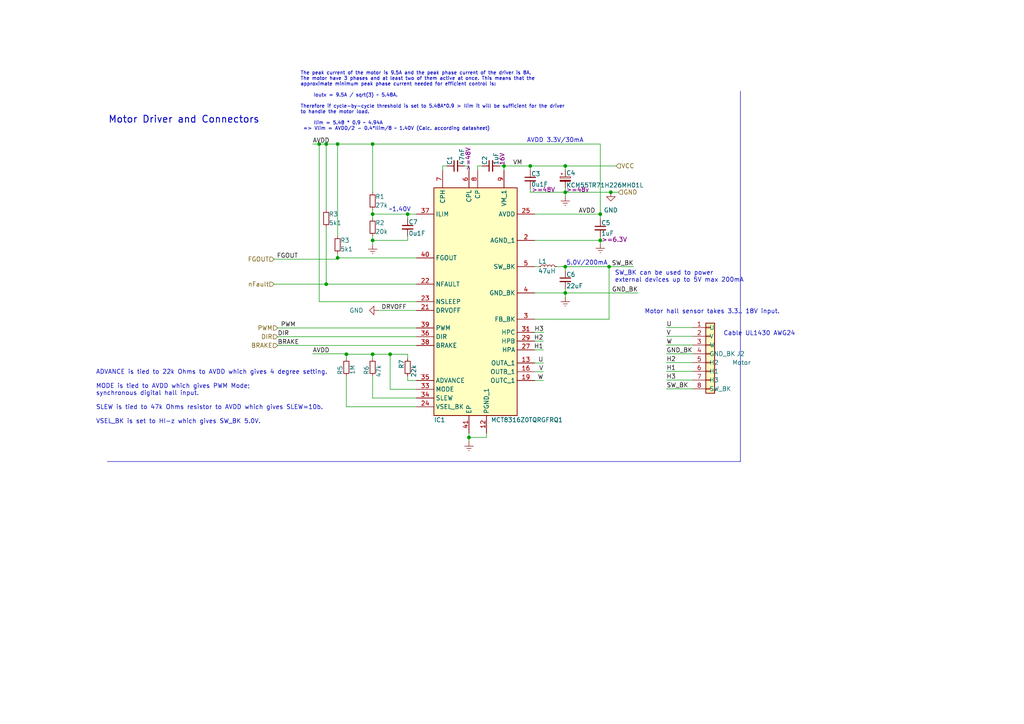
<source format=kicad_sch>
(kicad_sch (version 20230121) (generator eeschema)
  (paper "A4")
  (lib_symbols
    (symbol "Connector_Generic:Conn_01x08" (pin_names (offset 1.016))
      (property "Reference" "J2" (at 7.62 0 0))
      (property "Value" "Motor" (at 6.35 -2.54 0))
      (symbol "Conn_01x08_1_1"
        (rectangle (start -1.27 -10.033) (end 0 -10.287) (stroke (width 0.1524)))
        (rectangle (start -1.27 -7.493) (end 0 -7.747) (stroke (width 0.1524)))
        (rectangle (start -1.27 -4.953) (end 0 -5.207) (stroke (width 0.1524)))
        (rectangle (start -1.27 -2.413) (end 0 -2.667) (stroke (width 0.1524)))
        (rectangle (start -1.27 0.127) (end 0 -0.127) (stroke (width 0.1524)))
        (rectangle (start -1.27 2.667) (end 0 2.413) (stroke (width 0.1524)))
        (rectangle (start -1.27 5.207) (end 0 4.953) (stroke (width 0.1524)))
        (rectangle (start -1.27 7.747) (end 0 7.493) (stroke (width 0.1524)))
        (rectangle (start -1.27 8.89) (end 1.27 -11.43) (stroke (width 0.254)) (fill (type background)))
        (pin passive line (at -5.08 7.62 0) (length 3.81) (name "U") (number "1"))
        (pin passive line (at -5.08 5.08 0) (length 3.81) (name "V") (number "2"))
        (pin passive line (at -5.08 2.54 0) (length 3.81) (name "W") (number "3"))
        (pin passive line (at -5.08 0 0) (length 3.81) (name "GND_BK") (number "4"))
        (pin passive line (at -5.08 -2.54 0) (length 3.81) (name "H2") (number "5"))
        (pin passive line (at -5.08 -5.08 0) (length 3.81) (name "H1") (number "6"))
        (pin passive line (at -5.08 -7.62 0) (length 3.81) (name "H3") (number "7"))
        (pin passive line (at -5.08 -10.16 0) (length 3.81) (name "SW_BK") (number "8") (alternate "SW_BK" passive line))
      )
    )
    (symbol "Device:C_Polarized_Small" (pin_numbers hide) (pin_names (offset 0.254) hide)
      (property "Reference" "C" (at 0.254 1.778 0))
      (property "Value" "C_Polarized_Small" (at 0.254 -2.032 0))
      (symbol "C_Polarized_Small_0_1"
        (rectangle (start -1.524 -0.3048) (end 1.524 -0.6858) (fill (type outline)))
        (rectangle (start -1.524 0.6858) (end 1.524 0.3048))
        (polyline (pts (xy -1.27 1.524) (xy -0.762 1.524)))
        (polyline (pts (xy -1.016 1.27) (xy -1.016 1.778)))
      )
      (symbol "C_Polarized_Small_1_1"
        (pin passive line (at 0 2.54 270) (length 1.8542) (name "~") (number "1"))
        (pin passive line (at 0 -2.54 90) (length 1.8542) (name "~") (number "2"))
      )
    )
    (symbol "Device:C_Small" (pin_numbers hide) (pin_names (offset 0.254) hide)
      (property "Reference" "C" (at 0.254 1.778 0))
      (property "Value" "C_Small" (at 0.254 -2.032 0))
      (symbol "C_Small_0_1"
        (polyline (pts (xy -1.524 -0.508) (xy 1.524 -0.508)) (stroke (width 0.3302)))
        (polyline (pts (xy -1.524 0.508) (xy 1.524 0.508)) (stroke (width 0.3048)))
      )
      (symbol "C_Small_1_1"
        (pin passive line (at 0 2.54 270) (length 2.032) (name "~") (number "1"))
        (pin passive line (at 0 -2.54 90) (length 2.032) (name "~") (number "2"))
      )
    )
    (symbol "Device:L_Small" (pin_numbers hide) (pin_names (offset 0.254) hide)
      (property "Reference" "L" (at 0.762 1.016 0))
      (property "Value" "L_Small" (at 0.762 -1.016 0))
      (symbol "L_Small_0_1"
        (arc (start 0 -2.032) (mid 0.5058 -1.524) (end 0 -1.016))
        (arc (start 0 -1.016) (mid 0.5058 -0.508) (end 0 0))
        (arc (start 0 0) (mid 0.5058 0.508) (end 0 1.016))
        (arc (start 0 1.016) (mid 0.5058 1.524) (end 0 2.032))
      )
      (symbol "L_Small_1_1"
        (pin passive line (at 0 2.54 270) (length 0.508) (name "~") (number "1"))
        (pin passive line (at 0 -2.54 90) (length 0.508) (name "~") (number "2"))
      )
    )
    (symbol "Device:R_Small" (pin_numbers hide) (pin_names (offset 0.254) hide)
      (property "Reference" "R" (at 0.762 0.508 0))
      (property "Value" "R_Small" (at 0.762 -1.016 0))
      (symbol "R_Small_0_1"
        (rectangle (start -0.762 1.778) (end 0.762 -1.778) (stroke (width 0.2032)))
      )
      (symbol "R_Small_1_1"
        (pin passive line (at 0 2.54 270) (length 0.762) (name "~") (number "1"))
        (pin passive line (at 0 -2.54 90) (length 0.762) (name "~") (number "2"))
      )
    )
    (symbol "GND_1" (power) (pin_names (offset 0))
      (property "Value" "GND_1" (at 0 -3.81 0))
      (symbol "GND_1_0_1"
        (polyline (pts (xy 0 0) (xy 0 -1.27) (xy 1.27 -1.27) (xy 0 -2.54) (xy -1.27 -1.27) (xy 0 -1.27)))
      )
      (symbol "GND_1_1_1"
        (pin power_in line (at 0 0 270) (length 0) hide (name "GND") (number "1"))
      )
    )
    (symbol "MCT8316Z0TQRGFRQ1:MCT8316Z0TQRGFRQ1"
      (property "Reference" "IC?" (at 5.08 -54.61 0))
      (property "Value" "MCT8316Z0TQRGFRQ1" (at 21.59 -54.61 0))
      (symbol "MCT8316Z0TQRGFRQ1_1_1"
        (rectangle (start 5.08 12.7) (end 29.21 -53.34) (stroke (width 0.254)) (fill (type background)))
        (pin no_connect line (at 29.21 -5.08 180) (length 5.08) hide (name "NC") (number "1"))
        (pin passive line (at 25.4 17.78 270) (length 5.08) hide (name "VM_2") (number "10"))
        (pin passive line (at 25.4 17.78 270) (length 5.08) hide (name "VM_3") (number "11"))
        (pin passive line (at 20.32 -58.42 90) (length 5.08) (name "PGND_1") (number "12"))
        (pin passive line (at 34.29 -38.1 180) (length 5.08) (name "OUTA_1") (number "13"))
        (pin passive line (at 34.29 -38.1 180) (length 5.08) hide (name "OUTA_2") (number "14"))
        (pin passive line (at 20.32 -58.42 90) (length 5.08) hide (name "PGND_2") (number "15"))
        (pin passive line (at 34.29 -40.64 180) (length 5.08) (name "OUTB_1") (number "16"))
        (pin passive line (at 34.29 -40.64 180) (length 5.08) hide (name "OUTB_2") (number "17"))
        (pin passive line (at 20.32 -58.42 90) (length 5.08) hide (name "PGND_3") (number "18"))
        (pin passive line (at 34.29 -43.18 180) (length 5.08) (name "OUTC_1") (number "19"))
        (pin passive line (at 34.29 -2.54 180) (length 5.08) (name "AGND_1") (number "2"))
        (pin passive line (at 34.29 -43.18 180) (length 5.08) hide (name "OUTC_2") (number "20"))
        (pin passive line (at 0 -22.86 0) (length 5.08) (name "DRVOFF") (number "21"))
        (pin passive line (at 0 -15.24 0) (length 5.08) (name "NFAULT") (number "22"))
        (pin passive line (at 0 -20.32 0) (length 5.08) (name "NSLEEP") (number "23"))
        (pin passive line (at 0 -50.8 0) (length 5.08) (name "VSEL_BK") (number "24"))
        (pin passive line (at 34.29 5.08 180) (length 5.08) (name "AVDD") (number "25"))
        (pin passive line (at 34.29 -2.54 180) (length 5.08) hide (name "AGND_2") (number "26"))
        (pin passive line (at 34.29 -34.29 180) (length 5.08) (name "HPA") (number "27"))
        (pin no_connect line (at 29.21 -21.59 180) (length 5.08) hide (name "HNA") (number "28"))
        (pin passive line (at 34.29 -31.75 180) (length 5.08) (name "HPB") (number "29"))
        (pin passive line (at 34.29 -25.4 180) (length 5.08) (name "FB_BK") (number "3"))
        (pin no_connect line (at 29.21 -21.59 180) (length 5.08) hide (name "HNB") (number "30"))
        (pin passive line (at 34.29 -29.21 180) (length 5.08) (name "HPC") (number "31"))
        (pin no_connect line (at 29.21 -21.59 180) (length 5.08) hide (name "HNC") (number "32"))
        (pin passive line (at 0 -45.72 0) (length 5.08) (name "MODE") (number "33"))
        (pin passive line (at 0 -48.26 0) (length 5.08) (name "SLEW") (number "34"))
        (pin passive line (at 0 -43.18 0) (length 5.08) (name "ADVANCE") (number "35"))
        (pin passive line (at 0 -30.48 0) (length 5.08) (name "DIR") (number "36"))
        (pin passive line (at 0 5.08 0) (length 5.08) (name "ILIM") (number "37"))
        (pin passive line (at 0 -33.02 0) (length 5.08) (name "BRAKE") (number "38"))
        (pin passive line (at 0 -27.94 0) (length 5.08) (name "PWM") (number "39"))
        (pin passive line (at 34.29 -17.78 180) (length 5.08) (name "GND_BK") (number "4"))
        (pin passive line (at 0 -7.62 0) (length 5.08) (name "FGOUT") (number "40"))
        (pin passive line (at 15.24 -58.42 90) (length 5.08) (name "EP") (number "41"))
        (pin passive line (at 34.29 -10.16 180) (length 5.08) (name "SW_BK") (number "5"))
        (pin passive line (at 15.24 17.78 270) (length 5.08) (name "CPL") (number "6"))
        (pin passive line (at 7.62 17.78 270) (length 5.08) (name "CPH") (number "7"))
        (pin passive line (at 17.78 17.78 270) (length 5.08) (name "CP") (number "8"))
        (pin passive line (at 25.4 17.78 270) (length 5.08) (name "VM_1") (number "9"))
      )
    )
    (symbol "power:GND" (power) (pin_names (offset 0))
      (property "Value" "GND" (at 0 -3.81 0))
      (symbol "GND_0_1"
        (polyline (pts (xy 0 0) (xy 0 -1.27) (xy 1.27 -1.27) (xy 0 -2.54) (xy -1.27 -1.27) (xy 0 -1.27)))
      )
      (symbol "GND_1_1"
        (pin power_in line (at 0 0 270) (length 0) hide (name "GND") (number "1"))
      )
    )
    (symbol "power:GNDREF" (power) (pin_names (offset 0))
      (property "Value" "GNDREF" (at 0 -3.81 0))
      (symbol "GNDREF_0_1"
        (polyline (pts (xy -0.635 -1.905) (xy 0.635 -1.905)))
        (polyline (pts (xy -0.127 -2.54) (xy 0.127 -2.54)))
        (polyline (pts (xy 0 -1.27) (xy 0 0)))
        (polyline (pts (xy 1.27 -1.27) (xy -1.27 -1.27)))
      )
      (symbol "GNDREF_1_1"
        (pin power_in line (at 0 0 270) (length 0) hide (name "GNDREF") (number "1"))
      )
    )
  )
  (junction (at 108.077 69.723))
  (junction (at 108.077 102.743))
  (junction (at 108.077 62.103))
  (junction (at 146.177 48.133))
  (junction (at 136.017 126.873))
  (junction (at 97.917 41.783))
  (junction (at 94.615 41.783))
  (junction (at 153.797 48.133))
  (junction (at 176.657 77.343))
  (junction (at 92.583 41.783))
  (junction (at 163.957 84.963))
  (junction (at 118.237 62.103))
  (junction (at 163.957 55.753))
  (junction (at 108.077 41.783))
  (junction (at 174.117 69.723))
  (junction (at 177.165 55.753))
  (junction (at 163.957 77.343))
  (junction (at 113.157 102.743))
  (junction (at 100.457 102.743))
  (junction (at 97.917 74.803))
  (junction (at 174.117 62.103))
  (junction (at 94.615 82.423))
  (junction (at 163.957 48.133))
  (wire (pts (xy 163.957 55.753) (xy 177.165 55.753)))
  (wire (pts (xy 153.797 55.753) (xy 163.957 55.753)))
  (polyline (pts (xy 31.115 133.858) (xy 214.757 133.858)))
  (wire (pts (xy 120.777 112.903) (xy 113.157 112.903)))
  (wire (pts (xy 118.237 109.093) (xy 118.237 110.363)))
  (wire (pts (xy 94.615 82.423) (xy 79.502 82.423)))
  (wire (pts (xy 108.077 62.103) (xy 118.237 62.103)))
  (wire (pts (xy 163.957 48.133) (xy 178.689 48.133)))
  (wire (pts (xy 90.678 102.616) (xy 100.457 102.616)))
  (wire (pts (xy 128.397 48.133) (xy 129.667 48.133)))
  (wire (pts (xy 94.615 41.783) (xy 94.615 60.833)))
  (wire (pts (xy 92.583 87.503) (xy 120.777 87.503)))
  (wire (pts (xy 118.237 110.363) (xy 120.777 110.363)))
  (wire (pts (xy 163.957 48.133) (xy 163.957 49.403)))
  (wire (pts (xy 163.957 54.483) (xy 163.957 55.753)))
  (wire (pts (xy 155.067 107.823) (xy 157.607 107.823)))
  (wire (pts (xy 153.797 48.133) (xy 153.797 49.403)))
  (wire (pts (xy 108.077 69.723) (xy 108.077 70.993)))
  (wire (pts (xy 155.067 105.283) (xy 157.607 105.283)))
  (wire (pts (xy 155.067 96.393) (xy 157.734 96.393)))
  (wire (pts (xy 118.237 104.013) (xy 118.237 102.743)))
  (wire (pts (xy 128.397 48.133) (xy 128.397 49.403)))
  (wire (pts (xy 163.957 84.963) (xy 155.067 84.963)))
  (wire (pts (xy 94.615 65.913) (xy 94.615 82.423)))
  (wire (pts (xy 97.917 75.184) (xy 97.917 74.803)))
  (wire (pts (xy 92.583 41.783) (xy 94.615 41.783)))
  (wire (pts (xy 80.518 95.123) (xy 120.777 95.123)))
  (wire (pts (xy 177.165 55.753) (xy 179.324 55.753)))
  (wire (pts (xy 193.294 94.996) (xy 200.914 94.996)))
  (wire (pts (xy 155.067 77.343) (xy 156.337 77.343)))
  (wire (pts (xy 174.117 62.103) (xy 174.117 63.627)))
  (wire (pts (xy 138.557 48.133) (xy 138.557 49.403)))
  (wire (pts (xy 108.077 60.833) (xy 108.077 62.103)))
  (wire (pts (xy 113.157 102.743) (xy 118.237 102.743)))
  (wire (pts (xy 176.657 77.343) (xy 176.657 92.583)))
  (wire (pts (xy 108.077 109.093) (xy 108.077 115.443)))
  (wire (pts (xy 94.615 82.423) (xy 120.777 82.423)))
  (wire (pts (xy 193.294 112.776) (xy 200.914 112.776)))
  (wire (pts (xy 174.117 41.783) (xy 174.117 62.103)))
  (wire (pts (xy 193.294 97.536) (xy 200.914 97.536)))
  (wire (pts (xy 136.017 126.873) (xy 136.017 128.143)))
  (wire (pts (xy 174.117 68.707) (xy 174.117 69.723)))
  (wire (pts (xy 141.097 125.603) (xy 141.097 126.873)))
  (wire (pts (xy 100.457 102.743) (xy 108.077 102.743)))
  (wire (pts (xy 108.077 115.443) (xy 120.777 115.443)))
  (wire (pts (xy 94.615 41.783) (xy 97.917 41.783)))
  (wire (pts (xy 136.017 48.133) (xy 134.747 48.133)))
  (wire (pts (xy 139.827 48.133) (xy 138.557 48.133)))
  (wire (pts (xy 100.457 117.983) (xy 120.777 117.983)))
  (wire (pts (xy 108.077 41.783) (xy 108.077 55.753)))
  (wire (pts (xy 163.957 83.693) (xy 163.957 84.963)))
  (wire (pts (xy 97.917 41.783) (xy 97.917 68.453)))
  (wire (pts (xy 193.294 107.696) (xy 200.914 107.696)))
  (wire (pts (xy 155.067 98.933) (xy 157.607 98.933)))
  (wire (pts (xy 141.097 126.873) (xy 136.017 126.873)))
  (wire (pts (xy 144.907 48.133) (xy 146.177 48.133)))
  (wire (pts (xy 163.957 55.753) (xy 163.957 57.023)))
  (wire (pts (xy 193.294 105.156) (xy 200.914 105.156)))
  (wire (pts (xy 136.017 126.873) (xy 136.017 125.603)))
  (wire (pts (xy 193.294 102.616) (xy 200.914 102.616)))
  (wire (pts (xy 174.117 41.783) (xy 108.077 41.783)))
  (wire (pts (xy 80.518 100.203) (xy 120.777 100.203)))
  (wire (pts (xy 109.728 90.043) (xy 120.777 90.043)))
  (wire (pts (xy 97.917 73.533) (xy 97.917 74.803)))
  (wire (pts (xy 100.457 102.743) (xy 100.457 104.013)))
  (wire (pts (xy 100.457 102.616) (xy 100.457 102.743)))
  (wire (pts (xy 163.957 78.613) (xy 163.957 77.343)))
  (wire (pts (xy 118.237 68.453) (xy 118.237 69.723)))
  (wire (pts (xy 174.117 69.723) (xy 155.067 69.723)))
  (wire (pts (xy 163.957 84.963) (xy 163.957 86.233)))
  (wire (pts (xy 146.177 48.133) (xy 146.177 49.403)))
  (wire (pts (xy 153.797 48.133) (xy 163.957 48.133)))
  (wire (pts (xy 155.067 92.583) (xy 176.657 92.583)))
  (wire (pts (xy 176.657 77.343) (xy 183.769 77.343)))
  (wire (pts (xy 155.067 62.103) (xy 174.117 62.103)))
  (polyline (pts (xy 214.757 26.416) (xy 214.757 133.858)))
  (wire (pts (xy 100.457 109.093) (xy 100.457 117.983)))
  (wire (pts (xy 146.177 48.133) (xy 153.797 48.133)))
  (wire (pts (xy 155.067 110.363) (xy 157.607 110.363)))
  (wire (pts (xy 92.583 41.783) (xy 92.583 87.503)))
  (wire (pts (xy 80.518 97.663) (xy 120.777 97.663)))
  (wire (pts (xy 118.237 62.103) (xy 118.237 63.373)))
  (wire (pts (xy 90.678 41.783) (xy 92.583 41.783)))
  (wire (pts (xy 108.077 69.723) (xy 108.077 68.453)))
  (wire (pts (xy 136.017 49.403) (xy 136.017 48.133)))
  (wire (pts (xy 108.077 102.743) (xy 108.077 104.013)))
  (wire (pts (xy 79.502 75.184) (xy 97.917 75.184)))
  (wire (pts (xy 193.294 100.076) (xy 200.914 100.076)))
  (wire (pts (xy 163.957 84.963) (xy 185.039 84.963)))
  (wire (pts (xy 174.117 69.723) (xy 174.117 70.739)))
  (wire (pts (xy 97.917 41.783) (xy 108.077 41.783)))
  (wire (pts (xy 118.237 62.103) (xy 120.777 62.103)))
  (wire (pts (xy 153.797 54.483) (xy 153.797 55.753)))
  (wire (pts (xy 108.077 69.723) (xy 118.237 69.723)))
  (wire (pts (xy 113.157 112.903) (xy 113.157 102.743)))
  (wire (pts (xy 155.067 101.473) (xy 157.607 101.473)))
  (wire (pts (xy 163.957 77.343) (xy 176.657 77.343)))
  (wire (pts (xy 193.294 110.236) (xy 200.914 110.236)))
  (wire (pts (xy 97.917 74.803) (xy 120.777 74.803)))
  (wire (pts (xy 163.957 77.343) (xy 161.417 77.343)))
  (wire (pts (xy 108.077 63.373) (xy 108.077 62.103)))
  (wire (pts (xy 108.077 102.743) (xy 113.157 102.743)))
  (text "Cable UL1430 AWG24" (at 209.804 97.536 0) (effects (font (size 1.27 1.27)) (justify left bottom)))
  (text "~1.40V" (at 112.776 61.595 0) (effects (font (size 1.27 1.27)) (justify left bottom)))
  (text "ADVANCE is tied to 22k Ohms to AVDD which gives 4 degree setting.\n\nMODE is tied to AVDD which gives PWM Mode;\nsynchronous digital hall input.\n\nSLEW is tied to 47k Ohms resistor to AVDD which gives SLEW=10b.\n\nVSEL_BK is set to HI-z which gives SW_BK 5.0V." (at 27.813 123.063 0) (effects (font (size 1.27 1.27)) (justify left bottom)))
  (text "The peak current of the motor is 9.5A and the peak phase current of the driver is 8A.\nThe motor have 3 phases and at least two of them active at once. This means that the\napproximate minimum peak phase current needed for efficient control is:\n	\n	Ioutx = 9.5A / sqrt(3) ~ 5.48A.\n\nTherefore if cycle-by-cycle threshold is set to 5.48A*0.9 > Ilim it will be sufficient for the driver\nto handle the motor load.\n\n	Ilim = 5.48 * 0.9 ~ 4.94A\n => Vlim = AVDD/2 - 0.4*Ilim/8 ~ 1.40V (Calc. according datasheet)" (at 87.122 37.973 0) (effects (font (size 1 1)) (justify left bottom)))
  (text "Motor Driver and Connectors" (at 31.369 35.941 0) (effects (font (size 2 2) (thickness 0.254) bold) (justify left bottom)))
  (text "SW_BK can be used to power \nexternal devices up to 5V max 200mA\n" (at 178.308 82.042 0) (effects (font (size 1.27 1.27)) (justify left bottom)))
  (text "Motor hall sensor takes 3.3.. 18V input." (at 186.944 91.186 0) (effects (font (size 1.27 1.27)) (justify left bottom)))
  (text "AVDD 3.3V/30mA" (at 152.781 41.529 0) (effects (font (size 1.27 1.27)) (justify left bottom)))
  (text "5.0V/200mA" (at 164.211 77.089 0) (effects (font (size 1.27 1.27)) (justify left bottom)))
  (label "V" (at 157.607 107.823 180))
  (label "H3" (at 193.294 110.236 0))
  (label "GND_BK" (at 193.294 102.616 0))
  (label "H3" (at 157.734 96.393 180))
  (label "H1" (at 193.294 107.696 0))
  (label "W" (at 193.294 100.076 0))
  (label "H2" (at 193.294 105.156 0))
  (label "DRVOFF" (at 110.617 90.043 0))
  (label "U" (at 157.607 105.283 180))
  (label "SW_BK" (at 183.769 77.343 180))
  (label "H1" (at 157.607 101.473 180))
  (label "PWM" (at 81.407 95.123 0))
  (label "GND_BK" (at 185.039 84.963 180))
  (label "V" (at 193.294 97.536 0))
  (label "AVDD" (at 90.678 41.783 0))
  (label "VM" (at 151.511 48.133 180))
  (label "H2" (at 157.607 98.933 180))
  (label "FGOUT" (at 80.264 75.184 0))
  (label "DIR" (at 80.518 97.663 0))
  (label "W" (at 157.607 110.363 180))
  (label "U" (at 193.294 94.996 0))
  (label "BRAKE" (at 80.518 100.203 0))
  (label "AVDD" (at 167.767 62.103 0))
  (label "AVDD" (at 90.678 102.616 0))
  (label "SW_BK" (at 193.294 112.776 0))
  (hierarchical_label "FGOUT" (shape input) (at 79.502 75.184 180))
  (hierarchical_label "nFault" (shape input) (at 79.502 82.423 180))
  (hierarchical_label "PWM" (shape input) (at 80.518 95.123 180))
  (hierarchical_label "GND" (shape input) (at 179.324 55.753 0))
  (hierarchical_label "BRAKE" (shape input) (at 80.518 100.203 180))
  (hierarchical_label "DIR" (shape input) (at 80.518 97.663 180))
  (hierarchical_label "VCC" (shape input) (at 178.689 48.133 0))
  (symbol (lib_id "Device:C_Small") (at 153.797 51.943 0) (unit 1)
    (property "Reference" "C3" (at 154.051 50.419 0) (effects (justify left)))
    (property "Value" "0u1F" (at 154.051 53.467 0) (effects (justify left)))
    (property "Footprint" "Capacitor_SMD:C_0805_2012Metric" (effects hide))
    (property "Voltage" ">=48V" (at 157.607 54.991 0))
    (instances (project "driver_seperate" (path "" (reference "C3") (unit 1)) (path "" (reference "C4") (unit 1))) (project "Driverboard" (path "" (reference "C_VM1") (unit 1)) (path "" (reference "C_VM?") (unit 1)) (path "" (reference "C_VM?") (unit 1)) (path "" (reference "C_VM?") (unit 1))))
  )
  (symbol (lib_id "power:GNDREF") (at 108.077 70.993 0) (unit 1)
    (property "Reference" "#PWR01" (effects hide))
    (property "Value" "GNDREF" (effects hide))
    (instances (project "driver_seperate" (path "" (reference "#PWR01") (unit 1)) (path "" (reference "#PWR01") (unit 1))) (project "Driverboard" (path "" (reference "#PWR?") (unit 1)) (path "" (reference "#PWR?") (unit 1)) (path "" (reference "#PWR?") (unit 1)) (path "" (reference "#PWR?") (unit 1))))
  )
  (symbol (lib_id "Device:C_Small") (at 163.957 81.153 0) (unit 1)
    (property "Reference" "C6" (at 164.211 79.629 0) (effects (justify left)))
    (property "Value" "22uF" (at 164.211 82.931 0) (effects (justify left)))
    (property "Footprint" "Capacitor_SMD:C_1206_3216Metric" (effects hide))
    (instances (project "driver_seperate" (path "" (reference "C6") (unit 1)) (path "" (reference "C6") (unit 1))) (project "Driverboard" (path "" (reference "C?") (unit 1)) (path "" (reference "C?") (unit 1)) (path "" (reference "C?") (unit 1)) (path "" (reference "C?") (unit 1))))
  )
  (symbol (lib_id "Connector_Generic:Conn_01x08") (at 205.994 102.616 0) (unit 1)
    (property "Reference" "J2" (at 213.614 102.616 0) (effects (justify left)))
    (property "Value" "Motor" (at 212.344 105.156 0) (effects (justify left)))
    (property "Footprint" "Connector_Molex:Molex_KK-254_AE-6410-08A_1x08_P2.54mm_Vertical" (effects hide))
    (pin "8" (alternate "SW_BK"))
    (instances (project "driver_seperate" (path "" (reference "J2") (unit 1))) (project "DriverboardComp" (path "" (reference "J6") (unit 1)) (path "" (reference "J6") (unit 1)) (path "" (reference "J6") (unit 1)) (path "" (reference "J6") (unit 1)) (path "" (reference "J6") (unit 1))))
  )
  (symbol (lib_id "Device:C_Small") (at 118.237 65.913 0) (unit 1)
    (property "Reference" "C7" (at 118.491 64.389 0) (effects (justify left)))
    (property "Value" "0u1F" (at 118.491 67.691 0) (effects (justify left)))
    (property "Footprint" "Capacitor_SMD:C_0805_2012Metric" (effects hide))
    (instances (project "driver_seperate" (path "" (reference "C7") (unit 1)) (path "" (reference "C1") (unit 1))) (project "Driverboard" (path "" (reference "C?") (unit 1)) (path "" (reference "C?") (unit 1)) (path "" (reference "C?") (unit 1)) (path "" (reference "C?") (unit 1))))
  )
  (symbol (lib_id "Device:C_Polarized_Small") (at 163.957 51.943 0) (unit 1)
    (property "Reference" "C4" (at 164.211 50.165 0) (effects (justify left)))
    (property "Value" "KCM55TR71H226MH01L" (at 164.211 53.721 0) (effects (justify left)))
    (property "Footprint" "SamacSys_Parts:CAPC6153X500N" (effects hide))
    (property "Voltage" ">=48v" (at 167.513 54.991 0))
    (instances (project "driver_seperate" (path "" (reference "C4") (unit 1)) (path "" (reference "C5") (unit 1))) (project "Driverboard" (path "" (reference "C_VM2") (unit 1)) (path "" (reference "C_VM?") (unit 1)) (path "" (reference "C_VM?") (unit 1)) (path "" (reference "C_VM?") (unit 1))))
  )
  (symbol (lib_id "power:GNDREF") (at 174.117 70.739 0) (unit 1)
    (property "Reference" "#PWR05" (effects hide))
    (property "Value" "GNDREF" (effects hide))
    (instances (project "driver_seperate" (path "" (reference "#PWR05") (unit 1)) (path "" (reference "#PWR07") (unit 1))) (project "Driverboard" (path "" (reference "#PWR?") (unit 1)) (path "" (reference "#PWR?") (unit 1)) (path "" (reference "#PWR?") (unit 1)) (path "" (reference "#PWR?") (unit 1))))
  )
  (symbol (lib_id "power:GND") (at 109.728 90.043 270) (unit 1)
    (property "Reference" "#PWR08" (effects hide))
    (property "Value" "GND" (at 105.41 90.043 90) (effects (justify right)))
  )
  (symbol (lib_id "Device:C_Small") (at 174.117 66.167 0) (unit 1)
    (property "Reference" "C5" (at 174.371 64.643 0) (effects (justify left)))
    (property "Value" "1uF" (at 174.371 67.691 0) (effects (justify left)))
    (property "Footprint" "SamacSys_Parts:CAPC3216X178N" (effects hide))
    (property "Voltage" ">=6.3V" (at 178.181 69.469 0))
    (instances (project "driver_seperate" (path "" (reference "C5") (unit 1)) (path "" (reference "C7") (unit 1))) (project "Driverboard" (path "" (reference "C_AVDD1") (unit 1)) (path "" (reference "C_AVDD?") (unit 1)) (path "" (reference "C_AVDD?") (unit 1)) (path "" (reference "C_AVDD?") (unit 1))))
  )
  (symbol (lib_id "Device:C_Small") (at 142.367 48.133 90) (unit 1)
    (property "Reference" "C2" (at 140.589 47.879 0) (effects (justify left)))
    (property "Value" "1uF" (at 143.891 47.879 0) (effects (justify left)))
    (property "Footprint" "SamacSys_Parts:CAPC3216X178N" (effects hide))
    (property "Voltage" "16V" (at 145.669 46.101 0))
    (instances (project "driver_seperate" (path "" (reference "C2") (unit 1)) (path "" (reference "C3") (unit 1))) (project "Driverboard" (path "" (reference "C_CP") (unit 1)) (path "" (reference "C_CP?") (unit 1)) (path "" (reference "C_CP?") (unit 1)) (path "" (reference "C_CP?") (unit 1))))
  )
  (symbol (lib_id "Device:R_Small") (at 100.457 106.553 180) (unit 1)
    (property "Reference" "R5" (at 98.679 106.045 90) (effects (justify left)))
    (property "Value" "1M" (at 102.235 105.791 90) (effects (justify left)))
    (property "Footprint" "Resistor_SMD:R_0805_2012Metric_Pad1.20x1.40mm_HandSolder" (effects hide))
    (instances (project "driver_seperate" (path "" (reference "R5") (unit 1)) (path "" (reference "R3") (unit 1))) (project "Driverboard" (path "" (reference "R?") (unit 1)) (path "" (reference "R?") (unit 1)) (path "" (reference "R?") (unit 1)) (path "" (reference "R?") (unit 1))))
  )
  (symbol (lib_id "MCT8316Z0TQRGFRQ1:MCT8316Z0TQRGFRQ1") (at 120.777 67.183 0) (unit 1)
    (property "Reference" "IC1" (at 125.857 121.793 0) (effects (justify left)))
    (property "Value" "MCT8316Z0TQRGFRQ1" (at 142.367 121.793 0) (effects (justify left)))
    (property "Footprint" "SamacSys_Parts:QFN50P500X700X100-41N-D" (effects hide))
    (property "Reference_1" "IC" (effects hide))
    (property "Value_1" "MCT8316Z0TQRGFRQ1" (effects hide))
    (property "Footprint_1" "QFN50P500X700X100-41N-D" (effects hide))
    (property "Datasheet_1" "https://www.ti.com/lit/ds/symlink/mct8316z-q1.pdf?ts=1644468763902&ref_url=https%253A%252F%252Fwww.ti.com%252Fproduct%252FMCT8316Z-Q1" (effects hide))
    (property "Height" "1" (effects hide))
    (property "Mouser Part Number" "595-CT8316Z0TQRGFRQ1" (effects hide))
    (property "Mouser Price/Stock" "https://www.mouser.co.uk/ProductDetail/Texas-Instruments/MCT8316Z0TQRGFRQ1?qs=doiCPypUmgGjpIW3bYp16w%3D%3D" (effects hide))
    (property "Manufacturer_Name" "Texas Instruments" (effects hide))
    (property "Manufacturer_Part_Number" "MCT8316Z0TQRGFRQ1" (effects hide))
    (instances (project "driver_seperate" (path "" (reference "IC1") (unit 1)) (path "" (reference "IC1") (unit 1))) (project "Driverboard" (path "" (reference "IC?") (unit 1)) (path "" (reference "IC?") (unit 1)) (path "" (reference "IC?") (unit 1)) (path "" (reference "IC?") (unit 1))))
  )
  (symbol (lib_id "Device:L_Small") (at 158.877 77.343 90) (unit 1)
    (property "Reference" "L1" (at 157.353 75.819 90))
    (property "Value" "47uH" (at 158.623 78.613 90))
    (property "Footprint" "SamacSys_Parts:INDPM7973X540N" (effects hide))
    (instances (project "driver_seperate" (path "" (reference "L1") (unit 1)) (path "" (reference "L1") (unit 1))) (project "Driverboard" (path "" (reference "L?") (unit 1)) (path "" (reference "L?") (unit 1)) (path "" (reference "L?") (unit 1)) (path "" (reference "L?") (unit 1))))
  )
  (symbol (lib_id "Device:R_Small") (at 94.615 63.373 0) (unit 1)
    (property "Reference" "R3" (at 95.377 62.103 0) (effects (justify left)))
    (property "Value" "5k1" (at 95.377 64.643 0) (effects (justify left)))
    (property "Footprint" "Resistor_SMD:R_0603_1608Metric_Pad0.98x0.95mm_HandSolder" (effects hide))
    (instances (project "driver_seperate" (path "" (reference "R3") (unit 1)) (path "" (reference "R1") (unit 1))) (project "Driverboard" (path "" (reference "R?") (unit 1)) (path "" (reference "R?") (unit 1)) (path "" (reference "R?") (unit 1)) (path "" (reference "R?") (unit 1))))
  )
  (symbol (lib_id "power:GNDREF") (at 163.957 86.233 0) (unit 1)
    (property "Reference" "#PWR04" (effects hide))
    (property "Value" "GNDREF" (effects hide))
    (instances (project "driver_seperate" (path "" (reference "#PWR04") (unit 1)) (path "" (reference "#PWR05") (unit 1))) (project "Driverboard" (path "" (reference "#PWR?") (unit 1)) (path "" (reference "#PWR?") (unit 1)) (path "" (reference "#PWR?") (unit 1)) (path "" (reference "#PWR?") (unit 1))))
  )
  (symbol (lib_id "power:GNDREF") (at 136.017 128.143 0) (unit 1)
    (property "Reference" "#PWR02" (effects hide))
    (property "Value" "GNDREF" (effects hide))
    (instances (project "driver_seperate" (path "" (reference "#PWR02") (unit 1)) (path "" (reference "#PWR03") (unit 1))) (project "Driverboard" (path "" (reference "#PWR?") (unit 1)) (path "" (reference "#PWR?") (unit 1)) (path "" (reference "#PWR?") (unit 1)) (path "" (reference "#PWR?") (unit 1))))
  )
  (symbol (lib_id "Device:R_Small") (at 108.077 58.293 0) (unit 1)
    (property "Reference" "R1" (at 108.839 57.023 0) (effects (justify left)))
    (property "Value" "27k" (at 108.839 59.563 0) (effects (justify left)))
    (property "Footprint" "Resistor_SMD:R_0603_1608Metric_Pad0.98x0.95mm_HandSolder" (effects hide))
    (instances (project "driver_seperate" (path "" (reference "R1") (unit 1)) (path "" (reference "R4") (unit 1))) (project "Driverboard" (path "" (reference "R?") (unit 1)) (path "" (reference "R?") (unit 1)) (path "" (reference "R?") (unit 1)) (path "" (reference "R?") (unit 1))))
  )
  (symbol (lib_id "Device:R_Small") (at 108.077 106.553 180) (unit 1)
    (property "Reference" "R6" (at 106.299 106.045 90) (effects (justify left)))
    (property "Value" "47k" (at 109.855 105.791 90) (effects (justify left)))
    (property "Footprint" "Resistor_SMD:R_0402_1005Metric_Pad0.72x0.64mm_HandSolder" (effects hide))
    (instances (project "driver_seperate" (path "" (reference "R6") (unit 1)) (path "" (reference "R6") (unit 1))) (project "Driverboard" (path "" (reference "R?") (unit 1)) (path "" (reference "R?") (unit 1)) (path "" (reference "R?") (unit 1)) (path "" (reference "R?") (unit 1))))
  )
  (symbol (lib_name "GND_1") (lib_id "power:GND") (at 177.165 55.753 0) (unit 1)
    (property "Reference" "#PWR02" (effects hide))
    (property "Value" "GND" (at 177.165 60.96 0))
  )
  (symbol (lib_id "Device:R_Small") (at 118.237 106.553 180) (unit 1)
    (property "Reference" "R7" (at 116.459 104.267 90) (effects (justify left)))
    (property "Value" "22k" (at 120.015 105.791 90) (effects (justify left)))
    (property "Footprint" "Resistor_SMD:R_0402_1005Metric_Pad0.72x0.64mm_HandSolder" (effects hide))
    (instances (project "driver_seperate" (path "" (reference "R7") (unit 1)) (path "" (reference "R7") (unit 1))) (project "Driverboard" (path "" (reference "R?") (unit 1)) (path "" (reference "R?") (unit 1)) (path "" (reference "R?") (unit 1)) (path "" (reference "R?") (unit 1))))
  )
  (symbol (lib_id "power:GNDREF") (at 163.957 57.023 0) (unit 1)
    (property "Reference" "#PWR03" (effects hide))
    (property "Value" "GNDREF" (effects hide))
    (instances (project "driver_seperate" (path "" (reference "#PWR03") (unit 1)) (path "" (reference "#PWR04") (unit 1))) (project "Driverboard" (path "" (reference "#PWR?") (unit 1)) (path "" (reference "#PWR?") (unit 1)) (path "" (reference "#PWR?") (unit 1)) (path "" (reference "#PWR?") (unit 1))))
  )
  (symbol (lib_id "Device:C_Small") (at 132.207 48.133 90) (unit 1)
    (property "Reference" "C1" (at 130.429 47.879 0) (effects (justify left)))
    (property "Value" "47nF" (at 133.985 47.879 0) (effects (justify left)))
    (property "Footprint" "SamacSys_Parts:CAPC3216X180N" (effects hide))
    (property "Voltage" ">=48V" (at 135.763 46.101 0))
    (instances (project "driver_seperate" (path "" (reference "C1") (unit 1)) (path "" (reference "C2") (unit 1))) (project "Driverboard" (path "" (reference "C_FLY") (unit 1)) (path "" (reference "C_FLY?") (unit 1)) (path "" (reference "C_FLY?") (unit 1)) (path "" (reference "C_FLY?") (unit 1))))
  )
  (symbol (lib_id "Device:R_Small") (at 97.917 70.993 0) (unit 1)
    (property "Reference" "R3" (at 98.679 69.723 0) (effects (justify left)))
    (property "Value" "5k1" (at 98.679 72.263 0) (effects (justify left)))
    (property "Footprint" "Resistor_SMD:R_0603_1608Metric_Pad0.98x0.95mm_HandSolder" (effects hide))
    (instances (project "driver_seperate" (path "" (reference "R3") (unit 1)) (path "" (reference "R2") (unit 1))) (project "Driverboard" (path "" (reference "R?") (unit 1)) (path "" (reference "R?") (unit 1)) (path "" (reference "R?") (unit 1)) (path "" (reference "R?") (unit 1))))
  )
  (symbol (lib_id "Device:R_Small") (at 108.077 65.913 0) (unit 1)
    (property "Reference" "R2" (at 108.839 64.643 0) (effects (justify left)))
    (property "Value" "20k" (at 108.839 67.183 0) (effects (justify left)))
    (property "Footprint" "Resistor_SMD:R_0603_1608Metric_Pad0.98x0.95mm_HandSolder" (effects hide))
    (instances (project "driver_seperate" (path "" (reference "R2") (unit 1)) (path "" (reference "R5") (unit 1))) (project "Driverboard" (path "" (reference "R?") (unit 1)) (path "" (reference "R?") (unit 1)) (path "" (reference "R?") (unit 1)) (path "" (reference "R?") (unit 1))))
  )
)
</source>
